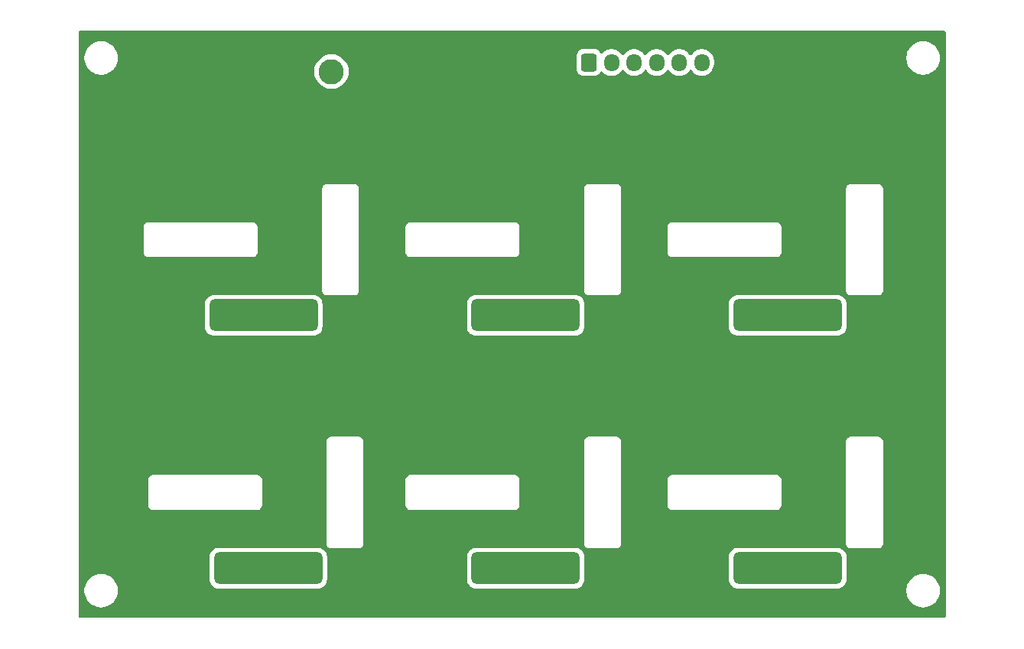
<source format=gbr>
%TF.GenerationSoftware,KiCad,Pcbnew,9.0.3*%
%TF.CreationDate,2026-02-15T20:10:58-06:00*%
%TF.ProjectId,relay board,72656c61-7920-4626-9f61-72642e6b6963,rev?*%
%TF.SameCoordinates,Original*%
%TF.FileFunction,Copper,L1,Top*%
%TF.FilePolarity,Positive*%
%FSLAX46Y46*%
G04 Gerber Fmt 4.6, Leading zero omitted, Abs format (unit mm)*
G04 Created by KiCad (PCBNEW 9.0.3) date 2026-02-15 20:10:58*
%MOMM*%
%LPD*%
G01*
G04 APERTURE LIST*
G04 Aperture macros list*
%AMRoundRect*
0 Rectangle with rounded corners*
0 $1 Rounding radius*
0 $2 $3 $4 $5 $6 $7 $8 $9 X,Y pos of 4 corners*
0 Add a 4 corners polygon primitive as box body*
4,1,4,$2,$3,$4,$5,$6,$7,$8,$9,$2,$3,0*
0 Add four circle primitives for the rounded corners*
1,1,$1+$1,$2,$3*
1,1,$1+$1,$4,$5*
1,1,$1+$1,$6,$7*
1,1,$1+$1,$8,$9*
0 Add four rect primitives between the rounded corners*
20,1,$1+$1,$2,$3,$4,$5,0*
20,1,$1+$1,$4,$5,$6,$7,0*
20,1,$1+$1,$6,$7,$8,$9,0*
20,1,$1+$1,$8,$9,$2,$3,0*%
G04 Aperture macros list end*
%TA.AperFunction,ComponentPad*%
%ADD10RoundRect,0.250000X-0.600000X-0.725000X0.600000X-0.725000X0.600000X0.725000X-0.600000X0.725000X0*%
%TD*%
%TA.AperFunction,ComponentPad*%
%ADD11O,1.700000X1.950000*%
%TD*%
%TA.AperFunction,ComponentPad*%
%ADD12RoundRect,0.250001X1.149999X1.149999X-1.149999X1.149999X-1.149999X-1.149999X1.149999X-1.149999X0*%
%TD*%
%TA.AperFunction,ComponentPad*%
%ADD13C,2.800000*%
%TD*%
%TA.AperFunction,ComponentPad*%
%ADD14RoundRect,0.525000X-5.475000X-1.225000X5.475000X-1.225000X5.475000X1.225000X-5.475000X1.225000X0*%
%TD*%
G04 APERTURE END LIST*
D10*
%TO.P,J1,1,Pin_1*%
%TO.N,Net-(J1-Pin_1)*%
X168000000Y-21000000D03*
D11*
%TO.P,J1,2,Pin_2*%
%TO.N,Net-(J1-Pin_2)*%
X170500000Y-21000000D03*
%TO.P,J1,3,Pin_3*%
%TO.N,Net-(J1-Pin_3)*%
X173000000Y-21000000D03*
%TO.P,J1,4,Pin_4*%
%TO.N,Net-(J1-Pin_4)*%
X175500000Y-21000000D03*
%TO.P,J1,5,Pin_5*%
%TO.N,Net-(J1-Pin_5)*%
X178000000Y-21000000D03*
%TO.P,J1,6,Pin_6*%
%TO.N,Net-(J1-Pin_6)*%
X180500000Y-21000000D03*
%TD*%
D12*
%TO.P,J2,1,Pin_1*%
%TO.N,+12v*%
X144500000Y-22000000D03*
D13*
%TO.P,J2,2,Pin_2*%
%TO.N,GND*%
X139500000Y-22000000D03*
%TD*%
D14*
%TO.P,K2,85*%
%TO.N,Net-(J1-Pin_2)*%
X132500000Y-77000000D03*
%TO.P,K2,86*%
%TO.N,+12v*%
X132500000Y-60125000D03*
%TD*%
%TO.P,K4,85*%
%TO.N,Net-(J1-Pin_4)*%
X161000000Y-77000000D03*
%TO.P,K4,86*%
%TO.N,+12v*%
X161000000Y-60125000D03*
%TD*%
%TO.P,K1,85*%
%TO.N,Net-(J1-Pin_1)*%
X132000000Y-49000000D03*
%TO.P,K1,86*%
%TO.N,+12v*%
X132000000Y-32125000D03*
%TD*%
%TO.P,K3,85*%
%TO.N,Net-(J1-Pin_3)*%
X161000000Y-49000000D03*
%TO.P,K3,86*%
%TO.N,+12v*%
X161000000Y-32125000D03*
%TD*%
%TO.P,K5,85*%
%TO.N,Net-(J1-Pin_5)*%
X190000000Y-77000000D03*
%TO.P,K5,86*%
%TO.N,+12v*%
X190000000Y-60125000D03*
%TD*%
%TO.P,K6,85*%
%TO.N,Net-(J1-Pin_6)*%
X190000000Y-49000000D03*
%TO.P,K6,86*%
%TO.N,+12v*%
X190000000Y-32125000D03*
%TD*%
%TA.AperFunction,Conductor*%
%TO.N,+12v*%
G36*
X207442539Y-17520185D02*
G01*
X207488294Y-17572989D01*
X207499500Y-17624500D01*
X207499500Y-82375500D01*
X207479815Y-82442539D01*
X207427011Y-82488294D01*
X207375500Y-82499500D01*
X111624500Y-82499500D01*
X111557461Y-82479815D01*
X111511706Y-82427011D01*
X111500500Y-82375500D01*
X111500500Y-79378711D01*
X112149500Y-79378711D01*
X112149500Y-79621288D01*
X112181161Y-79861785D01*
X112243947Y-80096104D01*
X112336773Y-80320205D01*
X112336776Y-80320212D01*
X112458064Y-80530289D01*
X112458066Y-80530292D01*
X112458067Y-80530293D01*
X112605733Y-80722736D01*
X112605739Y-80722743D01*
X112777256Y-80894260D01*
X112777262Y-80894265D01*
X112969711Y-81041936D01*
X113179788Y-81163224D01*
X113403900Y-81256054D01*
X113638211Y-81318838D01*
X113818586Y-81342584D01*
X113878711Y-81350500D01*
X113878712Y-81350500D01*
X114121289Y-81350500D01*
X114169388Y-81344167D01*
X114361789Y-81318838D01*
X114596100Y-81256054D01*
X114820212Y-81163224D01*
X115030289Y-81041936D01*
X115222738Y-80894265D01*
X115394265Y-80722738D01*
X115541936Y-80530289D01*
X115663224Y-80320212D01*
X115756054Y-80096100D01*
X115818838Y-79861789D01*
X115850500Y-79621288D01*
X115850500Y-79378712D01*
X115850500Y-79378711D01*
X203149500Y-79378711D01*
X203149500Y-79621288D01*
X203181161Y-79861785D01*
X203243947Y-80096104D01*
X203336773Y-80320205D01*
X203336776Y-80320212D01*
X203458064Y-80530289D01*
X203458066Y-80530292D01*
X203458067Y-80530293D01*
X203605733Y-80722736D01*
X203605739Y-80722743D01*
X203777256Y-80894260D01*
X203777262Y-80894265D01*
X203969711Y-81041936D01*
X204179788Y-81163224D01*
X204403900Y-81256054D01*
X204638211Y-81318838D01*
X204818586Y-81342584D01*
X204878711Y-81350500D01*
X204878712Y-81350500D01*
X205121289Y-81350500D01*
X205169388Y-81344167D01*
X205361789Y-81318838D01*
X205596100Y-81256054D01*
X205820212Y-81163224D01*
X206030289Y-81041936D01*
X206222738Y-80894265D01*
X206394265Y-80722738D01*
X206541936Y-80530289D01*
X206663224Y-80320212D01*
X206756054Y-80096100D01*
X206818838Y-79861789D01*
X206850500Y-79621288D01*
X206850500Y-79378712D01*
X206818838Y-79138211D01*
X206756054Y-78903900D01*
X206663224Y-78679788D01*
X206541936Y-78469711D01*
X206394265Y-78277262D01*
X206394260Y-78277256D01*
X206222743Y-78105739D01*
X206222736Y-78105733D01*
X206030293Y-77958067D01*
X206030292Y-77958066D01*
X206030289Y-77958064D01*
X205820212Y-77836776D01*
X205820205Y-77836773D01*
X205596104Y-77743947D01*
X205361785Y-77681161D01*
X205121289Y-77649500D01*
X205121288Y-77649500D01*
X204878712Y-77649500D01*
X204878711Y-77649500D01*
X204638214Y-77681161D01*
X204403895Y-77743947D01*
X204179794Y-77836773D01*
X204179785Y-77836777D01*
X203969706Y-77958067D01*
X203777263Y-78105733D01*
X203777256Y-78105739D01*
X203605739Y-78277256D01*
X203605733Y-78277263D01*
X203458067Y-78469706D01*
X203336777Y-78679785D01*
X203336773Y-78679794D01*
X203243947Y-78903895D01*
X203181161Y-79138214D01*
X203149500Y-79378711D01*
X115850500Y-79378711D01*
X115818838Y-79138211D01*
X115756054Y-78903900D01*
X115663224Y-78679788D01*
X115541936Y-78469711D01*
X115394265Y-78277262D01*
X115394260Y-78277256D01*
X115222743Y-78105739D01*
X115222736Y-78105733D01*
X115030293Y-77958067D01*
X115030292Y-77958066D01*
X115030289Y-77958064D01*
X114820212Y-77836776D01*
X114820205Y-77836773D01*
X114596104Y-77743947D01*
X114361785Y-77681161D01*
X114121289Y-77649500D01*
X114121288Y-77649500D01*
X113878712Y-77649500D01*
X113878711Y-77649500D01*
X113638214Y-77681161D01*
X113403895Y-77743947D01*
X113179794Y-77836773D01*
X113179785Y-77836777D01*
X112969706Y-77958067D01*
X112777263Y-78105733D01*
X112777256Y-78105739D01*
X112605739Y-78277256D01*
X112605733Y-78277263D01*
X112458067Y-78469706D01*
X112336777Y-78679785D01*
X112336773Y-78679794D01*
X112243947Y-78903895D01*
X112181161Y-79138214D01*
X112149500Y-79378711D01*
X111500500Y-79378711D01*
X111500500Y-75724620D01*
X125999500Y-75724620D01*
X125999500Y-78275380D01*
X126004383Y-78324961D01*
X126014337Y-78426031D01*
X126072978Y-78619345D01*
X126168198Y-78797488D01*
X126168203Y-78797495D01*
X126296352Y-78953647D01*
X126405016Y-79042824D01*
X126452506Y-79081798D01*
X126452509Y-79081799D01*
X126452511Y-79081801D01*
X126630654Y-79177021D01*
X126630656Y-79177021D01*
X126630659Y-79177023D01*
X126823967Y-79235662D01*
X126974620Y-79250500D01*
X126974623Y-79250500D01*
X138025377Y-79250500D01*
X138025380Y-79250500D01*
X138176033Y-79235662D01*
X138369341Y-79177023D01*
X138547494Y-79081798D01*
X138703647Y-78953647D01*
X138831798Y-78797494D01*
X138927023Y-78619341D01*
X138985662Y-78426033D01*
X139000500Y-78275380D01*
X139000500Y-75724620D01*
X154499500Y-75724620D01*
X154499500Y-78275380D01*
X154504383Y-78324961D01*
X154514337Y-78426031D01*
X154572978Y-78619345D01*
X154668198Y-78797488D01*
X154668203Y-78797495D01*
X154796352Y-78953647D01*
X154905016Y-79042824D01*
X154952506Y-79081798D01*
X154952509Y-79081799D01*
X154952511Y-79081801D01*
X155130654Y-79177021D01*
X155130656Y-79177021D01*
X155130659Y-79177023D01*
X155323967Y-79235662D01*
X155474620Y-79250500D01*
X155474623Y-79250500D01*
X166525377Y-79250500D01*
X166525380Y-79250500D01*
X166676033Y-79235662D01*
X166869341Y-79177023D01*
X167047494Y-79081798D01*
X167203647Y-78953647D01*
X167331798Y-78797494D01*
X167427023Y-78619341D01*
X167485662Y-78426033D01*
X167500500Y-78275380D01*
X167500500Y-75724620D01*
X183499500Y-75724620D01*
X183499500Y-78275380D01*
X183504383Y-78324961D01*
X183514337Y-78426031D01*
X183572978Y-78619345D01*
X183668198Y-78797488D01*
X183668203Y-78797495D01*
X183796352Y-78953647D01*
X183905016Y-79042824D01*
X183952506Y-79081798D01*
X183952509Y-79081799D01*
X183952511Y-79081801D01*
X184130654Y-79177021D01*
X184130656Y-79177021D01*
X184130659Y-79177023D01*
X184323967Y-79235662D01*
X184474620Y-79250500D01*
X184474623Y-79250500D01*
X195525377Y-79250500D01*
X195525380Y-79250500D01*
X195676033Y-79235662D01*
X195869341Y-79177023D01*
X196047494Y-79081798D01*
X196203647Y-78953647D01*
X196331798Y-78797494D01*
X196427023Y-78619341D01*
X196485662Y-78426033D01*
X196500500Y-78275380D01*
X196500500Y-75724620D01*
X196485662Y-75573967D01*
X196427023Y-75380659D01*
X196427021Y-75380656D01*
X196427021Y-75380654D01*
X196331801Y-75202511D01*
X196331799Y-75202509D01*
X196331798Y-75202506D01*
X196292824Y-75155016D01*
X196203647Y-75046352D01*
X196047495Y-74918203D01*
X196047488Y-74918198D01*
X195869345Y-74822978D01*
X195676031Y-74764337D01*
X195565900Y-74753490D01*
X195525380Y-74749500D01*
X184474620Y-74749500D01*
X184437433Y-74753162D01*
X184323968Y-74764337D01*
X184130654Y-74822978D01*
X183952511Y-74918198D01*
X183952504Y-74918203D01*
X183796352Y-75046352D01*
X183668203Y-75202504D01*
X183668198Y-75202511D01*
X183572978Y-75380654D01*
X183514337Y-75573968D01*
X183503162Y-75687433D01*
X183499500Y-75724620D01*
X167500500Y-75724620D01*
X167485662Y-75573967D01*
X167427023Y-75380659D01*
X167427021Y-75380656D01*
X167427021Y-75380654D01*
X167331801Y-75202511D01*
X167331799Y-75202509D01*
X167331798Y-75202506D01*
X167292824Y-75155016D01*
X167203647Y-75046352D01*
X167047495Y-74918203D01*
X167047488Y-74918198D01*
X166869345Y-74822978D01*
X166676031Y-74764337D01*
X166565900Y-74753490D01*
X166525380Y-74749500D01*
X155474620Y-74749500D01*
X155437433Y-74753162D01*
X155323968Y-74764337D01*
X155130654Y-74822978D01*
X154952511Y-74918198D01*
X154952504Y-74918203D01*
X154796352Y-75046352D01*
X154668203Y-75202504D01*
X154668198Y-75202511D01*
X154572978Y-75380654D01*
X154514337Y-75573968D01*
X154503162Y-75687433D01*
X154499500Y-75724620D01*
X139000500Y-75724620D01*
X138985662Y-75573967D01*
X138927023Y-75380659D01*
X138927021Y-75380656D01*
X138927021Y-75380654D01*
X138831801Y-75202511D01*
X138831799Y-75202509D01*
X138831798Y-75202506D01*
X138792824Y-75155016D01*
X138703647Y-75046352D01*
X138547495Y-74918203D01*
X138547488Y-74918198D01*
X138369345Y-74822978D01*
X138176031Y-74764337D01*
X138065900Y-74753490D01*
X138025380Y-74749500D01*
X126974620Y-74749500D01*
X126937433Y-74753162D01*
X126823968Y-74764337D01*
X126630654Y-74822978D01*
X126452511Y-74918198D01*
X126452504Y-74918203D01*
X126296352Y-75046352D01*
X126168203Y-75202504D01*
X126168198Y-75202511D01*
X126072978Y-75380654D01*
X126014337Y-75573968D01*
X126003162Y-75687433D01*
X125999500Y-75724620D01*
X111500500Y-75724620D01*
X111500500Y-67177525D01*
X119199500Y-67177525D01*
X119199500Y-70072475D01*
X119237016Y-70212485D01*
X119237017Y-70212488D01*
X119309488Y-70338011D01*
X119309490Y-70338013D01*
X119309491Y-70338015D01*
X119411985Y-70440509D01*
X119411986Y-70440510D01*
X119411988Y-70440511D01*
X119537511Y-70512982D01*
X119537512Y-70512982D01*
X119537515Y-70512984D01*
X119677525Y-70550500D01*
X119677528Y-70550500D01*
X131322472Y-70550500D01*
X131322475Y-70550500D01*
X131462485Y-70512984D01*
X131588015Y-70440509D01*
X131690509Y-70338015D01*
X131762984Y-70212485D01*
X131800500Y-70072475D01*
X131800500Y-67177525D01*
X131762984Y-67037515D01*
X131690509Y-66911985D01*
X131588015Y-66809491D01*
X131588013Y-66809490D01*
X131588011Y-66809488D01*
X131462488Y-66737017D01*
X131462489Y-66737017D01*
X131451006Y-66733940D01*
X131322475Y-66699500D01*
X119822475Y-66699500D01*
X119677525Y-66699500D01*
X119548993Y-66733940D01*
X119537511Y-66737017D01*
X119411988Y-66809488D01*
X119411982Y-66809493D01*
X119309493Y-66911982D01*
X119309488Y-66911988D01*
X119237017Y-67037511D01*
X119237016Y-67037515D01*
X119199500Y-67177525D01*
X111500500Y-67177525D01*
X111500500Y-62927525D01*
X138949500Y-62927525D01*
X138949500Y-74322475D01*
X138987016Y-74462485D01*
X138987017Y-74462488D01*
X139059488Y-74588011D01*
X139059490Y-74588013D01*
X139059491Y-74588015D01*
X139161985Y-74690509D01*
X139161986Y-74690510D01*
X139161988Y-74690511D01*
X139287511Y-74762982D01*
X139287512Y-74762982D01*
X139287515Y-74762984D01*
X139427525Y-74800500D01*
X139427528Y-74800500D01*
X142572472Y-74800500D01*
X142572475Y-74800500D01*
X142712485Y-74762984D01*
X142838015Y-74690509D01*
X142940509Y-74588015D01*
X143012984Y-74462485D01*
X143050500Y-74322475D01*
X143050500Y-67177525D01*
X147699500Y-67177525D01*
X147699500Y-70072475D01*
X147737016Y-70212485D01*
X147737017Y-70212488D01*
X147809488Y-70338011D01*
X147809490Y-70338013D01*
X147809491Y-70338015D01*
X147911985Y-70440509D01*
X147911986Y-70440510D01*
X147911988Y-70440511D01*
X148037511Y-70512982D01*
X148037512Y-70512982D01*
X148037515Y-70512984D01*
X148177525Y-70550500D01*
X148177528Y-70550500D01*
X159822472Y-70550500D01*
X159822475Y-70550500D01*
X159962485Y-70512984D01*
X160088015Y-70440509D01*
X160190509Y-70338015D01*
X160262984Y-70212485D01*
X160300500Y-70072475D01*
X160300500Y-67177525D01*
X160262984Y-67037515D01*
X160190509Y-66911985D01*
X160088015Y-66809491D01*
X160088013Y-66809490D01*
X160088011Y-66809488D01*
X159962488Y-66737017D01*
X159962489Y-66737017D01*
X159951006Y-66733940D01*
X159822475Y-66699500D01*
X148322475Y-66699500D01*
X148177525Y-66699500D01*
X148048993Y-66733940D01*
X148037511Y-66737017D01*
X147911988Y-66809488D01*
X147911982Y-66809493D01*
X147809493Y-66911982D01*
X147809488Y-66911988D01*
X147737017Y-67037511D01*
X147737016Y-67037515D01*
X147699500Y-67177525D01*
X143050500Y-67177525D01*
X143050500Y-62927525D01*
X167449500Y-62927525D01*
X167449500Y-74322475D01*
X167487016Y-74462485D01*
X167487017Y-74462488D01*
X167559488Y-74588011D01*
X167559490Y-74588013D01*
X167559491Y-74588015D01*
X167661985Y-74690509D01*
X167661986Y-74690510D01*
X167661988Y-74690511D01*
X167787511Y-74762982D01*
X167787512Y-74762982D01*
X167787515Y-74762984D01*
X167927525Y-74800500D01*
X167927528Y-74800500D01*
X171072472Y-74800500D01*
X171072475Y-74800500D01*
X171212485Y-74762984D01*
X171338015Y-74690509D01*
X171440509Y-74588015D01*
X171512984Y-74462485D01*
X171550500Y-74322475D01*
X171550500Y-67177525D01*
X176699500Y-67177525D01*
X176699500Y-70072475D01*
X176737016Y-70212485D01*
X176737017Y-70212488D01*
X176809488Y-70338011D01*
X176809490Y-70338013D01*
X176809491Y-70338015D01*
X176911985Y-70440509D01*
X176911986Y-70440510D01*
X176911988Y-70440511D01*
X177037511Y-70512982D01*
X177037512Y-70512982D01*
X177037515Y-70512984D01*
X177177525Y-70550500D01*
X177177528Y-70550500D01*
X188822472Y-70550500D01*
X188822475Y-70550500D01*
X188962485Y-70512984D01*
X189088015Y-70440509D01*
X189190509Y-70338015D01*
X189262984Y-70212485D01*
X189300500Y-70072475D01*
X189300500Y-67177525D01*
X189262984Y-67037515D01*
X189190509Y-66911985D01*
X189088015Y-66809491D01*
X189088013Y-66809490D01*
X189088011Y-66809488D01*
X188962488Y-66737017D01*
X188962489Y-66737017D01*
X188951006Y-66733940D01*
X188822475Y-66699500D01*
X177322475Y-66699500D01*
X177177525Y-66699500D01*
X177048993Y-66733940D01*
X177037511Y-66737017D01*
X176911988Y-66809488D01*
X176911982Y-66809493D01*
X176809493Y-66911982D01*
X176809488Y-66911988D01*
X176737017Y-67037511D01*
X176737016Y-67037515D01*
X176699500Y-67177525D01*
X171550500Y-67177525D01*
X171550500Y-62927525D01*
X196449500Y-62927525D01*
X196449500Y-74322475D01*
X196487016Y-74462485D01*
X196487017Y-74462488D01*
X196559488Y-74588011D01*
X196559490Y-74588013D01*
X196559491Y-74588015D01*
X196661985Y-74690509D01*
X196661986Y-74690510D01*
X196661988Y-74690511D01*
X196787511Y-74762982D01*
X196787512Y-74762982D01*
X196787515Y-74762984D01*
X196927525Y-74800500D01*
X196927528Y-74800500D01*
X200072472Y-74800500D01*
X200072475Y-74800500D01*
X200212485Y-74762984D01*
X200338015Y-74690509D01*
X200440509Y-74588015D01*
X200512984Y-74462485D01*
X200550500Y-74322475D01*
X200550500Y-62927525D01*
X200512984Y-62787515D01*
X200440509Y-62661985D01*
X200338015Y-62559491D01*
X200338013Y-62559490D01*
X200338011Y-62559488D01*
X200212488Y-62487017D01*
X200212489Y-62487017D01*
X200201006Y-62483940D01*
X200072475Y-62449500D01*
X197072475Y-62449500D01*
X196927525Y-62449500D01*
X196798993Y-62483940D01*
X196787511Y-62487017D01*
X196661988Y-62559488D01*
X196661982Y-62559493D01*
X196559493Y-62661982D01*
X196559488Y-62661988D01*
X196487017Y-62787511D01*
X196487016Y-62787515D01*
X196449500Y-62927525D01*
X171550500Y-62927525D01*
X171512984Y-62787515D01*
X171440509Y-62661985D01*
X171338015Y-62559491D01*
X171338013Y-62559490D01*
X171338011Y-62559488D01*
X171212488Y-62487017D01*
X171212489Y-62487017D01*
X171201006Y-62483940D01*
X171072475Y-62449500D01*
X168072475Y-62449500D01*
X167927525Y-62449500D01*
X167798993Y-62483940D01*
X167787511Y-62487017D01*
X167661988Y-62559488D01*
X167661982Y-62559493D01*
X167559493Y-62661982D01*
X167559488Y-62661988D01*
X167487017Y-62787511D01*
X167487016Y-62787515D01*
X167449500Y-62927525D01*
X143050500Y-62927525D01*
X143012984Y-62787515D01*
X142940509Y-62661985D01*
X142838015Y-62559491D01*
X142838013Y-62559490D01*
X142838011Y-62559488D01*
X142712488Y-62487017D01*
X142712489Y-62487017D01*
X142701006Y-62483940D01*
X142572475Y-62449500D01*
X139572475Y-62449500D01*
X139427525Y-62449500D01*
X139298993Y-62483940D01*
X139287511Y-62487017D01*
X139161988Y-62559488D01*
X139161982Y-62559493D01*
X139059493Y-62661982D01*
X139059488Y-62661988D01*
X138987017Y-62787511D01*
X138987016Y-62787515D01*
X138949500Y-62927525D01*
X111500500Y-62927525D01*
X111500500Y-47724623D01*
X125499500Y-47724623D01*
X125499500Y-50275376D01*
X125514337Y-50426031D01*
X125572978Y-50619345D01*
X125668198Y-50797488D01*
X125668203Y-50797495D01*
X125796352Y-50953647D01*
X125905016Y-51042824D01*
X125952506Y-51081798D01*
X125952509Y-51081799D01*
X125952511Y-51081801D01*
X126130654Y-51177021D01*
X126130656Y-51177021D01*
X126130659Y-51177023D01*
X126323967Y-51235662D01*
X126474620Y-51250500D01*
X126474623Y-51250500D01*
X137525377Y-51250500D01*
X137525380Y-51250500D01*
X137676033Y-51235662D01*
X137869341Y-51177023D01*
X138047494Y-51081798D01*
X138203647Y-50953647D01*
X138331798Y-50797494D01*
X138427023Y-50619341D01*
X138485662Y-50426033D01*
X138500500Y-50275380D01*
X138500500Y-47724623D01*
X154499500Y-47724623D01*
X154499500Y-50275376D01*
X154514337Y-50426031D01*
X154572978Y-50619345D01*
X154668198Y-50797488D01*
X154668203Y-50797495D01*
X154796352Y-50953647D01*
X154905016Y-51042824D01*
X154952506Y-51081798D01*
X154952509Y-51081799D01*
X154952511Y-51081801D01*
X155130654Y-51177021D01*
X155130656Y-51177021D01*
X155130659Y-51177023D01*
X155323967Y-51235662D01*
X155474620Y-51250500D01*
X155474623Y-51250500D01*
X166525377Y-51250500D01*
X166525380Y-51250500D01*
X166676033Y-51235662D01*
X166869341Y-51177023D01*
X167047494Y-51081798D01*
X167203647Y-50953647D01*
X167331798Y-50797494D01*
X167427023Y-50619341D01*
X167485662Y-50426033D01*
X167500500Y-50275380D01*
X167500500Y-47724623D01*
X183499500Y-47724623D01*
X183499500Y-50275376D01*
X183514337Y-50426031D01*
X183572978Y-50619345D01*
X183668198Y-50797488D01*
X183668203Y-50797495D01*
X183796352Y-50953647D01*
X183905016Y-51042824D01*
X183952506Y-51081798D01*
X183952509Y-51081799D01*
X183952511Y-51081801D01*
X184130654Y-51177021D01*
X184130656Y-51177021D01*
X184130659Y-51177023D01*
X184323967Y-51235662D01*
X184474620Y-51250500D01*
X184474623Y-51250500D01*
X195525377Y-51250500D01*
X195525380Y-51250500D01*
X195676033Y-51235662D01*
X195869341Y-51177023D01*
X196047494Y-51081798D01*
X196203647Y-50953647D01*
X196331798Y-50797494D01*
X196427023Y-50619341D01*
X196485662Y-50426033D01*
X196500500Y-50275380D01*
X196500500Y-47724620D01*
X196485662Y-47573967D01*
X196427023Y-47380659D01*
X196427021Y-47380656D01*
X196427021Y-47380654D01*
X196331801Y-47202511D01*
X196331799Y-47202509D01*
X196331798Y-47202506D01*
X196292824Y-47155016D01*
X196203647Y-47046352D01*
X196047495Y-46918203D01*
X196047488Y-46918198D01*
X195869345Y-46822978D01*
X195676031Y-46764337D01*
X195565900Y-46753490D01*
X195525380Y-46749500D01*
X184474620Y-46749500D01*
X184437433Y-46753162D01*
X184323968Y-46764337D01*
X184130654Y-46822978D01*
X183952511Y-46918198D01*
X183952504Y-46918203D01*
X183796352Y-47046352D01*
X183668203Y-47202504D01*
X183668198Y-47202511D01*
X183572978Y-47380654D01*
X183514337Y-47573968D01*
X183499500Y-47724623D01*
X167500500Y-47724623D01*
X167500500Y-47724620D01*
X167485662Y-47573967D01*
X167427023Y-47380659D01*
X167427021Y-47380656D01*
X167427021Y-47380654D01*
X167331801Y-47202511D01*
X167331799Y-47202509D01*
X167331798Y-47202506D01*
X167292824Y-47155016D01*
X167203647Y-47046352D01*
X167047495Y-46918203D01*
X167047488Y-46918198D01*
X166869345Y-46822978D01*
X166676031Y-46764337D01*
X166565900Y-46753490D01*
X166525380Y-46749500D01*
X155474620Y-46749500D01*
X155437433Y-46753162D01*
X155323968Y-46764337D01*
X155130654Y-46822978D01*
X154952511Y-46918198D01*
X154952504Y-46918203D01*
X154796352Y-47046352D01*
X154668203Y-47202504D01*
X154668198Y-47202511D01*
X154572978Y-47380654D01*
X154514337Y-47573968D01*
X154499500Y-47724623D01*
X138500500Y-47724623D01*
X138500500Y-47724620D01*
X138485662Y-47573967D01*
X138427023Y-47380659D01*
X138427021Y-47380656D01*
X138427021Y-47380654D01*
X138331801Y-47202511D01*
X138331799Y-47202509D01*
X138331798Y-47202506D01*
X138292824Y-47155016D01*
X138203647Y-47046352D01*
X138047495Y-46918203D01*
X138047488Y-46918198D01*
X137869345Y-46822978D01*
X137676031Y-46764337D01*
X137565900Y-46753490D01*
X137525380Y-46749500D01*
X126474620Y-46749500D01*
X126437433Y-46753162D01*
X126323968Y-46764337D01*
X126130654Y-46822978D01*
X125952511Y-46918198D01*
X125952504Y-46918203D01*
X125796352Y-47046352D01*
X125668203Y-47202504D01*
X125668198Y-47202511D01*
X125572978Y-47380654D01*
X125514337Y-47573968D01*
X125499500Y-47724623D01*
X111500500Y-47724623D01*
X111500500Y-39177525D01*
X118699500Y-39177525D01*
X118699500Y-42072475D01*
X118737016Y-42212485D01*
X118737017Y-42212488D01*
X118809488Y-42338011D01*
X118809490Y-42338013D01*
X118809491Y-42338015D01*
X118911985Y-42440509D01*
X118911986Y-42440510D01*
X118911988Y-42440511D01*
X119037511Y-42512982D01*
X119037512Y-42512982D01*
X119037515Y-42512984D01*
X119177525Y-42550500D01*
X119177528Y-42550500D01*
X130822472Y-42550500D01*
X130822475Y-42550500D01*
X130962485Y-42512984D01*
X131088015Y-42440509D01*
X131190509Y-42338015D01*
X131262984Y-42212485D01*
X131300500Y-42072475D01*
X131300500Y-39177525D01*
X131262984Y-39037515D01*
X131190509Y-38911985D01*
X131088015Y-38809491D01*
X131088013Y-38809490D01*
X131088011Y-38809488D01*
X130962488Y-38737017D01*
X130962489Y-38737017D01*
X130951006Y-38733940D01*
X130822475Y-38699500D01*
X119322475Y-38699500D01*
X119177525Y-38699500D01*
X119048993Y-38733940D01*
X119037511Y-38737017D01*
X118911988Y-38809488D01*
X118911982Y-38809493D01*
X118809493Y-38911982D01*
X118809488Y-38911988D01*
X118737017Y-39037511D01*
X118737016Y-39037515D01*
X118699500Y-39177525D01*
X111500500Y-39177525D01*
X111500500Y-34927525D01*
X138449500Y-34927525D01*
X138449500Y-46322475D01*
X138487016Y-46462485D01*
X138487017Y-46462488D01*
X138559488Y-46588011D01*
X138559490Y-46588013D01*
X138559491Y-46588015D01*
X138661985Y-46690509D01*
X138661986Y-46690510D01*
X138661988Y-46690511D01*
X138787511Y-46762982D01*
X138787512Y-46762982D01*
X138787515Y-46762984D01*
X138927525Y-46800500D01*
X138927528Y-46800500D01*
X142072472Y-46800500D01*
X142072475Y-46800500D01*
X142212485Y-46762984D01*
X142338015Y-46690509D01*
X142440509Y-46588015D01*
X142512984Y-46462485D01*
X142550500Y-46322475D01*
X142550500Y-39177525D01*
X147699500Y-39177525D01*
X147699500Y-42072475D01*
X147737016Y-42212485D01*
X147737017Y-42212488D01*
X147809488Y-42338011D01*
X147809490Y-42338013D01*
X147809491Y-42338015D01*
X147911985Y-42440509D01*
X147911986Y-42440510D01*
X147911988Y-42440511D01*
X148037511Y-42512982D01*
X148037512Y-42512982D01*
X148037515Y-42512984D01*
X148177525Y-42550500D01*
X148177528Y-42550500D01*
X159822472Y-42550500D01*
X159822475Y-42550500D01*
X159962485Y-42512984D01*
X160088015Y-42440509D01*
X160190509Y-42338015D01*
X160262984Y-42212485D01*
X160300500Y-42072475D01*
X160300500Y-39177525D01*
X160262984Y-39037515D01*
X160190509Y-38911985D01*
X160088015Y-38809491D01*
X160088013Y-38809490D01*
X160088011Y-38809488D01*
X159962488Y-38737017D01*
X159962489Y-38737017D01*
X159951006Y-38733940D01*
X159822475Y-38699500D01*
X148322475Y-38699500D01*
X148177525Y-38699500D01*
X148048993Y-38733940D01*
X148037511Y-38737017D01*
X147911988Y-38809488D01*
X147911982Y-38809493D01*
X147809493Y-38911982D01*
X147809488Y-38911988D01*
X147737017Y-39037511D01*
X147737016Y-39037515D01*
X147699500Y-39177525D01*
X142550500Y-39177525D01*
X142550500Y-34927525D01*
X167449500Y-34927525D01*
X167449500Y-46322475D01*
X167487016Y-46462485D01*
X167487017Y-46462488D01*
X167559488Y-46588011D01*
X167559490Y-46588013D01*
X167559491Y-46588015D01*
X167661985Y-46690509D01*
X167661986Y-46690510D01*
X167661988Y-46690511D01*
X167787511Y-46762982D01*
X167787512Y-46762982D01*
X167787515Y-46762984D01*
X167927525Y-46800500D01*
X167927528Y-46800500D01*
X171072472Y-46800500D01*
X171072475Y-46800500D01*
X171212485Y-46762984D01*
X171338015Y-46690509D01*
X171440509Y-46588015D01*
X171512984Y-46462485D01*
X171550500Y-46322475D01*
X171550500Y-39177525D01*
X176699500Y-39177525D01*
X176699500Y-42072475D01*
X176737016Y-42212485D01*
X176737017Y-42212488D01*
X176809488Y-42338011D01*
X176809490Y-42338013D01*
X176809491Y-42338015D01*
X176911985Y-42440509D01*
X176911986Y-42440510D01*
X176911988Y-42440511D01*
X177037511Y-42512982D01*
X177037512Y-42512982D01*
X177037515Y-42512984D01*
X177177525Y-42550500D01*
X177177528Y-42550500D01*
X188822472Y-42550500D01*
X188822475Y-42550500D01*
X188962485Y-42512984D01*
X189088015Y-42440509D01*
X189190509Y-42338015D01*
X189262984Y-42212485D01*
X189300500Y-42072475D01*
X189300500Y-39177525D01*
X189262984Y-39037515D01*
X189190509Y-38911985D01*
X189088015Y-38809491D01*
X189088013Y-38809490D01*
X189088011Y-38809488D01*
X188962488Y-38737017D01*
X188962489Y-38737017D01*
X188951006Y-38733940D01*
X188822475Y-38699500D01*
X177322475Y-38699500D01*
X177177525Y-38699500D01*
X177048993Y-38733940D01*
X177037511Y-38737017D01*
X176911988Y-38809488D01*
X176911982Y-38809493D01*
X176809493Y-38911982D01*
X176809488Y-38911988D01*
X176737017Y-39037511D01*
X176737016Y-39037515D01*
X176699500Y-39177525D01*
X171550500Y-39177525D01*
X171550500Y-34927525D01*
X196449500Y-34927525D01*
X196449500Y-46322475D01*
X196487016Y-46462485D01*
X196487017Y-46462488D01*
X196559488Y-46588011D01*
X196559490Y-46588013D01*
X196559491Y-46588015D01*
X196661985Y-46690509D01*
X196661986Y-46690510D01*
X196661988Y-46690511D01*
X196787511Y-46762982D01*
X196787512Y-46762982D01*
X196787515Y-46762984D01*
X196927525Y-46800500D01*
X196927528Y-46800500D01*
X200072472Y-46800500D01*
X200072475Y-46800500D01*
X200212485Y-46762984D01*
X200338015Y-46690509D01*
X200440509Y-46588015D01*
X200512984Y-46462485D01*
X200550500Y-46322475D01*
X200550500Y-34927525D01*
X200512984Y-34787515D01*
X200440509Y-34661985D01*
X200338015Y-34559491D01*
X200338013Y-34559490D01*
X200338011Y-34559488D01*
X200212488Y-34487017D01*
X200212489Y-34487017D01*
X200201006Y-34483940D01*
X200072475Y-34449500D01*
X197072475Y-34449500D01*
X196927525Y-34449500D01*
X196798993Y-34483940D01*
X196787511Y-34487017D01*
X196661988Y-34559488D01*
X196661982Y-34559493D01*
X196559493Y-34661982D01*
X196559488Y-34661988D01*
X196487017Y-34787511D01*
X196487016Y-34787515D01*
X196449500Y-34927525D01*
X171550500Y-34927525D01*
X171512984Y-34787515D01*
X171440509Y-34661985D01*
X171338015Y-34559491D01*
X171338013Y-34559490D01*
X171338011Y-34559488D01*
X171212488Y-34487017D01*
X171212489Y-34487017D01*
X171201006Y-34483940D01*
X171072475Y-34449500D01*
X168072475Y-34449500D01*
X167927525Y-34449500D01*
X167798993Y-34483940D01*
X167787511Y-34487017D01*
X167661988Y-34559488D01*
X167661982Y-34559493D01*
X167559493Y-34661982D01*
X167559488Y-34661988D01*
X167487017Y-34787511D01*
X167487016Y-34787515D01*
X167449500Y-34927525D01*
X142550500Y-34927525D01*
X142512984Y-34787515D01*
X142440509Y-34661985D01*
X142338015Y-34559491D01*
X142338013Y-34559490D01*
X142338011Y-34559488D01*
X142212488Y-34487017D01*
X142212489Y-34487017D01*
X142201006Y-34483940D01*
X142072475Y-34449500D01*
X139072475Y-34449500D01*
X138927525Y-34449500D01*
X138798993Y-34483940D01*
X138787511Y-34487017D01*
X138661988Y-34559488D01*
X138661982Y-34559493D01*
X138559493Y-34661982D01*
X138559488Y-34661988D01*
X138487017Y-34787511D01*
X138487016Y-34787515D01*
X138449500Y-34927525D01*
X111500500Y-34927525D01*
X111500500Y-20378711D01*
X112149500Y-20378711D01*
X112149500Y-20621288D01*
X112181161Y-20861785D01*
X112243947Y-21096104D01*
X112299942Y-21231287D01*
X112336776Y-21320212D01*
X112458064Y-21530289D01*
X112458066Y-21530292D01*
X112458067Y-21530293D01*
X112605733Y-21722736D01*
X112605739Y-21722743D01*
X112777256Y-21894260D01*
X112777262Y-21894265D01*
X112969711Y-22041936D01*
X113179788Y-22163224D01*
X113403900Y-22256054D01*
X113638211Y-22318838D01*
X113818586Y-22342584D01*
X113878711Y-22350500D01*
X113878712Y-22350500D01*
X114121289Y-22350500D01*
X114169388Y-22344167D01*
X114361789Y-22318838D01*
X114596100Y-22256054D01*
X114820212Y-22163224D01*
X115030289Y-22041936D01*
X115222738Y-21894265D01*
X115241562Y-21875441D01*
X137599500Y-21875441D01*
X137599500Y-22124558D01*
X137599501Y-22124575D01*
X137632017Y-22371561D01*
X137696498Y-22612207D01*
X137791830Y-22842361D01*
X137791837Y-22842376D01*
X137916400Y-23058126D01*
X138068060Y-23255774D01*
X138068066Y-23255781D01*
X138244218Y-23431933D01*
X138244225Y-23431939D01*
X138441873Y-23583599D01*
X138657623Y-23708162D01*
X138657638Y-23708169D01*
X138756825Y-23749253D01*
X138887793Y-23803502D01*
X139128435Y-23867982D01*
X139375435Y-23900500D01*
X139375442Y-23900500D01*
X139624558Y-23900500D01*
X139624565Y-23900500D01*
X139871565Y-23867982D01*
X140112207Y-23803502D01*
X140342373Y-23708164D01*
X140558127Y-23583599D01*
X140755776Y-23431938D01*
X140931938Y-23255776D01*
X141083599Y-23058127D01*
X141208164Y-22842373D01*
X141303502Y-22612207D01*
X141367982Y-22371565D01*
X141400500Y-22124565D01*
X141400500Y-21875435D01*
X141367982Y-21628435D01*
X141303502Y-21387793D01*
X141208164Y-21157627D01*
X141083599Y-20941873D01*
X141022149Y-20861789D01*
X140931939Y-20744225D01*
X140931933Y-20744218D01*
X140755781Y-20568066D01*
X140755774Y-20568060D01*
X140558126Y-20416400D01*
X140407126Y-20329221D01*
X140342376Y-20291837D01*
X140342361Y-20291830D01*
X140180977Y-20224983D01*
X166649500Y-20224983D01*
X166649500Y-21775001D01*
X166649501Y-21775018D01*
X166660000Y-21877796D01*
X166660001Y-21877799D01*
X166705894Y-22016294D01*
X166715186Y-22044334D01*
X166807288Y-22193656D01*
X166931344Y-22317712D01*
X167080666Y-22409814D01*
X167247203Y-22464999D01*
X167349991Y-22475500D01*
X168650008Y-22475499D01*
X168752797Y-22464999D01*
X168919334Y-22409814D01*
X169068656Y-22317712D01*
X169192712Y-22193656D01*
X169284814Y-22044334D01*
X169284814Y-22044331D01*
X169288178Y-22038879D01*
X169340126Y-21992154D01*
X169409088Y-21980931D01*
X169473170Y-22008774D01*
X169481398Y-22016294D01*
X169620213Y-22155109D01*
X169792179Y-22280048D01*
X169792181Y-22280049D01*
X169792184Y-22280051D01*
X169981588Y-22376557D01*
X170183757Y-22442246D01*
X170393713Y-22475500D01*
X170393714Y-22475500D01*
X170606286Y-22475500D01*
X170606287Y-22475500D01*
X170816243Y-22442246D01*
X171018412Y-22376557D01*
X171207816Y-22280051D01*
X171240848Y-22256052D01*
X171379786Y-22155109D01*
X171379788Y-22155106D01*
X171379792Y-22155104D01*
X171530104Y-22004792D01*
X171649683Y-21840204D01*
X171705011Y-21797540D01*
X171774624Y-21791561D01*
X171836420Y-21824166D01*
X171850313Y-21840199D01*
X171889595Y-21894266D01*
X171969896Y-22004792D01*
X172120213Y-22155109D01*
X172292179Y-22280048D01*
X172292181Y-22280049D01*
X172292184Y-22280051D01*
X172481588Y-22376557D01*
X172683757Y-22442246D01*
X172893713Y-22475500D01*
X172893714Y-22475500D01*
X173106286Y-22475500D01*
X173106287Y-22475500D01*
X173316243Y-22442246D01*
X173518412Y-22376557D01*
X173707816Y-22280051D01*
X173740848Y-22256052D01*
X173879786Y-22155109D01*
X173879788Y-22155106D01*
X173879792Y-22155104D01*
X174030104Y-22004792D01*
X174149683Y-21840204D01*
X174205011Y-21797540D01*
X174274624Y-21791561D01*
X174336420Y-21824166D01*
X174350313Y-21840199D01*
X174389595Y-21894266D01*
X174469896Y-22004792D01*
X174620213Y-22155109D01*
X174792179Y-22280048D01*
X174792181Y-22280049D01*
X174792184Y-22280051D01*
X174981588Y-22376557D01*
X175183757Y-22442246D01*
X175393713Y-22475500D01*
X175393714Y-22475500D01*
X175606286Y-22475500D01*
X175606287Y-22475500D01*
X175816243Y-22442246D01*
X176018412Y-22376557D01*
X176207816Y-22280051D01*
X176240848Y-22256052D01*
X176379786Y-22155109D01*
X176379788Y-22155106D01*
X176379792Y-22155104D01*
X176530104Y-22004792D01*
X176649683Y-21840204D01*
X176705011Y-21797540D01*
X176774624Y-21791561D01*
X176836420Y-21824166D01*
X176850313Y-21840199D01*
X176889595Y-21894266D01*
X176969896Y-22004792D01*
X177120213Y-22155109D01*
X177292179Y-22280048D01*
X177292181Y-22280049D01*
X177292184Y-22280051D01*
X177481588Y-22376557D01*
X177683757Y-22442246D01*
X177893713Y-22475500D01*
X177893714Y-22475500D01*
X178106286Y-22475500D01*
X178106287Y-22475500D01*
X178316243Y-22442246D01*
X178518412Y-22376557D01*
X178707816Y-22280051D01*
X178740848Y-22256052D01*
X178879786Y-22155109D01*
X178879788Y-22155106D01*
X178879792Y-22155104D01*
X179030104Y-22004792D01*
X179149683Y-21840204D01*
X179205011Y-21797540D01*
X179274624Y-21791561D01*
X179336420Y-21824166D01*
X179350313Y-21840199D01*
X179389595Y-21894266D01*
X179469896Y-22004792D01*
X179620213Y-22155109D01*
X179792179Y-22280048D01*
X179792181Y-22280049D01*
X179792184Y-22280051D01*
X179981588Y-22376557D01*
X180183757Y-22442246D01*
X180393713Y-22475500D01*
X180393714Y-22475500D01*
X180606286Y-22475500D01*
X180606287Y-22475500D01*
X180816243Y-22442246D01*
X181018412Y-22376557D01*
X181207816Y-22280051D01*
X181240848Y-22256052D01*
X181379786Y-22155109D01*
X181379788Y-22155106D01*
X181379792Y-22155104D01*
X181530104Y-22004792D01*
X181530106Y-22004788D01*
X181530109Y-22004786D01*
X181655048Y-21832820D01*
X181655047Y-21832820D01*
X181655051Y-21832816D01*
X181751557Y-21643412D01*
X181817246Y-21441243D01*
X181850500Y-21231287D01*
X181850500Y-20768713D01*
X181817246Y-20558757D01*
X181758745Y-20378711D01*
X203149500Y-20378711D01*
X203149500Y-20621288D01*
X203181161Y-20861785D01*
X203243947Y-21096104D01*
X203299942Y-21231287D01*
X203336776Y-21320212D01*
X203458064Y-21530289D01*
X203458066Y-21530292D01*
X203458067Y-21530293D01*
X203605733Y-21722736D01*
X203605739Y-21722743D01*
X203777256Y-21894260D01*
X203777262Y-21894265D01*
X203969711Y-22041936D01*
X204179788Y-22163224D01*
X204403900Y-22256054D01*
X204638211Y-22318838D01*
X204818586Y-22342584D01*
X204878711Y-22350500D01*
X204878712Y-22350500D01*
X205121289Y-22350500D01*
X205169388Y-22344167D01*
X205361789Y-22318838D01*
X205596100Y-22256054D01*
X205820212Y-22163224D01*
X206030289Y-22041936D01*
X206222738Y-21894265D01*
X206394265Y-21722738D01*
X206541936Y-21530289D01*
X206663224Y-21320212D01*
X206756054Y-21096100D01*
X206818838Y-20861789D01*
X206850500Y-20621288D01*
X206850500Y-20378712D01*
X206818838Y-20138211D01*
X206756054Y-19903900D01*
X206663224Y-19679788D01*
X206541936Y-19469711D01*
X206394265Y-19277262D01*
X206394260Y-19277256D01*
X206222743Y-19105739D01*
X206222736Y-19105733D01*
X206030293Y-18958067D01*
X206030292Y-18958066D01*
X206030289Y-18958064D01*
X205820212Y-18836776D01*
X205820205Y-18836773D01*
X205596104Y-18743947D01*
X205361785Y-18681161D01*
X205121289Y-18649500D01*
X205121288Y-18649500D01*
X204878712Y-18649500D01*
X204878711Y-18649500D01*
X204638214Y-18681161D01*
X204403895Y-18743947D01*
X204179794Y-18836773D01*
X204179785Y-18836777D01*
X203969706Y-18958067D01*
X203777263Y-19105733D01*
X203777256Y-19105739D01*
X203605739Y-19277256D01*
X203605733Y-19277263D01*
X203458067Y-19469706D01*
X203336777Y-19679785D01*
X203336773Y-19679794D01*
X203243947Y-19903895D01*
X203181161Y-20138214D01*
X203149500Y-20378711D01*
X181758745Y-20378711D01*
X181751557Y-20356588D01*
X181751555Y-20356585D01*
X181751555Y-20356583D01*
X181669987Y-20196498D01*
X181655051Y-20167184D01*
X181655049Y-20167181D01*
X181655048Y-20167179D01*
X181530109Y-19995213D01*
X181379786Y-19844890D01*
X181207820Y-19719951D01*
X181018414Y-19623444D01*
X181018413Y-19623443D01*
X181018412Y-19623443D01*
X180816243Y-19557754D01*
X180816241Y-19557753D01*
X180816240Y-19557753D01*
X180654957Y-19532208D01*
X180606287Y-19524500D01*
X180393713Y-19524500D01*
X180345042Y-19532208D01*
X180183760Y-19557753D01*
X179981585Y-19623444D01*
X179792179Y-19719951D01*
X179620213Y-19844890D01*
X179469894Y-19995209D01*
X179469890Y-19995214D01*
X179350318Y-20159793D01*
X179294989Y-20202459D01*
X179225375Y-20208438D01*
X179163580Y-20175833D01*
X179149682Y-20159793D01*
X179030109Y-19995214D01*
X179030105Y-19995209D01*
X178879786Y-19844890D01*
X178707820Y-19719951D01*
X178518414Y-19623444D01*
X178518413Y-19623443D01*
X178518412Y-19623443D01*
X178316243Y-19557754D01*
X178316241Y-19557753D01*
X178316240Y-19557753D01*
X178154957Y-19532208D01*
X178106287Y-19524500D01*
X177893713Y-19524500D01*
X177845042Y-19532208D01*
X177683760Y-19557753D01*
X177481585Y-19623444D01*
X177292179Y-19719951D01*
X177120213Y-19844890D01*
X176969894Y-19995209D01*
X176969890Y-19995214D01*
X176850318Y-20159793D01*
X176794989Y-20202459D01*
X176725375Y-20208438D01*
X176663580Y-20175833D01*
X176649682Y-20159793D01*
X176530109Y-19995214D01*
X176530105Y-19995209D01*
X176379786Y-19844890D01*
X176207820Y-19719951D01*
X176018414Y-19623444D01*
X176018413Y-19623443D01*
X176018412Y-19623443D01*
X175816243Y-19557754D01*
X175816241Y-19557753D01*
X175816240Y-19557753D01*
X175654957Y-19532208D01*
X175606287Y-19524500D01*
X175393713Y-19524500D01*
X175345042Y-19532208D01*
X175183760Y-19557753D01*
X174981585Y-19623444D01*
X174792179Y-19719951D01*
X174620213Y-19844890D01*
X174469894Y-19995209D01*
X174469890Y-19995214D01*
X174350318Y-20159793D01*
X174294989Y-20202459D01*
X174225375Y-20208438D01*
X174163580Y-20175833D01*
X174149682Y-20159793D01*
X174030109Y-19995214D01*
X174030105Y-19995209D01*
X173879786Y-19844890D01*
X173707820Y-19719951D01*
X173518414Y-19623444D01*
X173518413Y-19623443D01*
X173518412Y-19623443D01*
X173316243Y-19557754D01*
X173316241Y-19557753D01*
X173316240Y-19557753D01*
X173154957Y-19532208D01*
X173106287Y-19524500D01*
X172893713Y-19524500D01*
X172845042Y-19532208D01*
X172683760Y-19557753D01*
X172481585Y-19623444D01*
X172292179Y-19719951D01*
X172120213Y-19844890D01*
X171969894Y-19995209D01*
X171969890Y-19995214D01*
X171850318Y-20159793D01*
X171794989Y-20202459D01*
X171725375Y-20208438D01*
X171663580Y-20175833D01*
X171649682Y-20159793D01*
X171530109Y-19995214D01*
X171530105Y-19995209D01*
X171379786Y-19844890D01*
X171207820Y-19719951D01*
X171018414Y-19623444D01*
X171018413Y-19623443D01*
X171018412Y-19623443D01*
X170816243Y-19557754D01*
X170816241Y-19557753D01*
X170816240Y-19557753D01*
X170654957Y-19532208D01*
X170606287Y-19524500D01*
X170393713Y-19524500D01*
X170345042Y-19532208D01*
X170183760Y-19557753D01*
X169981585Y-19623444D01*
X169792179Y-19719951D01*
X169620215Y-19844889D01*
X169481398Y-19983706D01*
X169420075Y-20017190D01*
X169350383Y-20012206D01*
X169294450Y-19970334D01*
X169288178Y-19961120D01*
X169192712Y-19806344D01*
X169068657Y-19682289D01*
X169068656Y-19682288D01*
X168919334Y-19590186D01*
X168752797Y-19535001D01*
X168752795Y-19535000D01*
X168650010Y-19524500D01*
X167349998Y-19524500D01*
X167349981Y-19524501D01*
X167247203Y-19535000D01*
X167247200Y-19535001D01*
X167080668Y-19590185D01*
X167080663Y-19590187D01*
X166931342Y-19682289D01*
X166807289Y-19806342D01*
X166715187Y-19955663D01*
X166715185Y-19955668D01*
X166710325Y-19970334D01*
X166660001Y-20122203D01*
X166660001Y-20122204D01*
X166660000Y-20122204D01*
X166649500Y-20224983D01*
X140180977Y-20224983D01*
X140112207Y-20196498D01*
X140035084Y-20175833D01*
X139871565Y-20132018D01*
X139871564Y-20132017D01*
X139871561Y-20132017D01*
X139624575Y-20099501D01*
X139624570Y-20099500D01*
X139624565Y-20099500D01*
X139375435Y-20099500D01*
X139375429Y-20099500D01*
X139375424Y-20099501D01*
X139128438Y-20132017D01*
X138887792Y-20196498D01*
X138657638Y-20291830D01*
X138657623Y-20291837D01*
X138441873Y-20416400D01*
X138244225Y-20568060D01*
X138244218Y-20568066D01*
X138068066Y-20744218D01*
X138068060Y-20744225D01*
X137916400Y-20941873D01*
X137791837Y-21157623D01*
X137791830Y-21157638D01*
X137696498Y-21387792D01*
X137632017Y-21628438D01*
X137599501Y-21875424D01*
X137599500Y-21875441D01*
X115241562Y-21875441D01*
X115276797Y-21840206D01*
X115333309Y-21783695D01*
X115394260Y-21722743D01*
X115394265Y-21722738D01*
X115541936Y-21530289D01*
X115663224Y-21320212D01*
X115756054Y-21096100D01*
X115818838Y-20861789D01*
X115850500Y-20621288D01*
X115850500Y-20378712D01*
X115818838Y-20138211D01*
X115756054Y-19903900D01*
X115663224Y-19679788D01*
X115541936Y-19469711D01*
X115394265Y-19277262D01*
X115394260Y-19277256D01*
X115222743Y-19105739D01*
X115222736Y-19105733D01*
X115030293Y-18958067D01*
X115030292Y-18958066D01*
X115030289Y-18958064D01*
X114820212Y-18836776D01*
X114820205Y-18836773D01*
X114596104Y-18743947D01*
X114361785Y-18681161D01*
X114121289Y-18649500D01*
X114121288Y-18649500D01*
X113878712Y-18649500D01*
X113878711Y-18649500D01*
X113638214Y-18681161D01*
X113403895Y-18743947D01*
X113179794Y-18836773D01*
X113179785Y-18836777D01*
X112969706Y-18958067D01*
X112777263Y-19105733D01*
X112777256Y-19105739D01*
X112605739Y-19277256D01*
X112605733Y-19277263D01*
X112458067Y-19469706D01*
X112336777Y-19679785D01*
X112336773Y-19679794D01*
X112243947Y-19903895D01*
X112181161Y-20138214D01*
X112149500Y-20378711D01*
X111500500Y-20378711D01*
X111500500Y-17624500D01*
X111520185Y-17557461D01*
X111572989Y-17511706D01*
X111624500Y-17500500D01*
X207375500Y-17500500D01*
X207442539Y-17520185D01*
G37*
%TD.AperFunction*%
%TD*%
M02*

</source>
